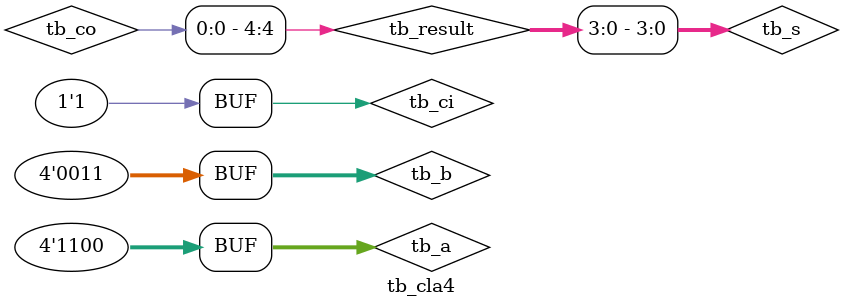
<source format=v>
`timescale 1ns/100ps

module tb_cla4;
	reg [3:0] tb_a, tb_b;
	reg tb_ci;
	wire[3:0] tb_s;
	wire tb_co;
	wire[4:0] tb_result;
	
	assign tb_result = {tb_co, tb_s};
	
	cla4 U0_cla4(tb_s, tb_co, tb_a, tb_b, tb_ci);
	
	initial
	begin
		tb_a = 4'b0000; tb_b = 4'b0000; tb_ci = 0; #10;
		
		//LSB input and G verification 
		tb_a = 4'b0001; tb_b = 4'b0001; tb_ci = 1; #10;		//0001 + 0001 + 1 = 0011
		//LSB P verification
		tb_a = 4'b0000; tb_b = 4'b0001; tb_ci = 1; #10;		//0000 + 0001 + 1 = 0010
		
		
		//Second bit input and G verification 
		tb_a = 4'b0010; tb_b = 4'b0010; tb_ci = 0; #10;		//0010 + 0010 = 0100
		//Second bit P verification
		tb_a = 4'b0011; tb_b = 4'b0001; tb_ci = 0; #10;		//0011 + 0001 = 0100
		tb_a = 4'b0010; tb_b = 4'b0001; tb_ci = 1; #10;		//0010 + 0001 + 1 = 0100
		
		//Third bit input and G verification 
		tb_a = 4'b0100; tb_b = 4'b0100; tb_ci = 0; #10;		//0100 + 0100 = 1000
		//Third bit P verification
		tb_a = 4'b0110; tb_b = 4'b0010; tb_ci = 0; #10;		//0110 + 0010 = 1000
		tb_a = 4'b0101; tb_b = 4'b0011; tb_ci = 0; #10;		//0101 + 0011 = 1000
		tb_a = 4'b0101; tb_b = 4'b0010; tb_ci = 1; #10;		//0101 + 0010 + 1 = 1000
		
		//MSB input and G verification 
		tb_a = 4'b1000; tb_b = 4'b1000; tb_ci = 0; #10;		//1000 + 1000 = 10000
		//MSB P verification
		tb_a = 4'b1100; tb_b = 4'b0100; tb_ci = 0; #10;		//1100 + 0100 = 10000
		tb_a = 4'b1010; tb_b = 4'b0110; tb_ci = 0; #10;		//1010 + 0110 = 10000
		tb_a = 4'b1101; tb_b = 4'b0011; tb_ci = 0; #10;		//1101 + 0011 = 10000
		tb_a = 4'b1100; tb_b = 4'b0011; tb_ci = 1; #10;		//1100 + 0011 + 1 = 10000
		
	
	end
endmodule

</source>
